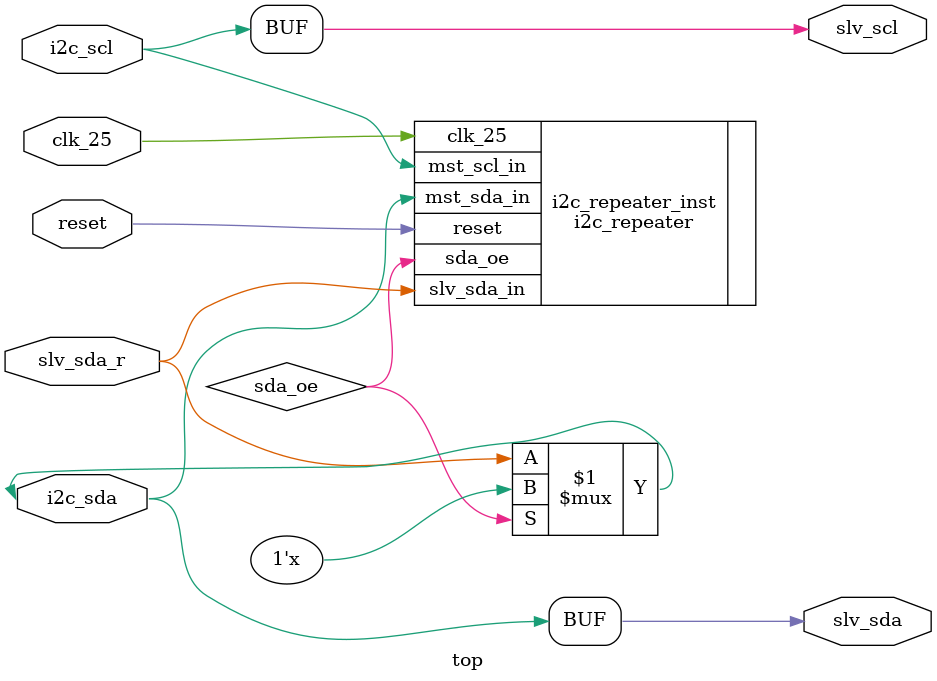
<source format=v>
module top(
    input wire clk_25,
    input wire reset,

    output wire slv_scl,
    output wire slv_sda,
    input wire slv_sda_r,

    inout wire i2c_sda,
    input wire i2c_scl
);

wire sda_oe;

assign slv_scl = i2c_scl;
assign slv_sda = i2c_sda;
assign i2c_sda = sda_oe ? 1'bz : slv_sda_r;

i2c_repeater i2c_repeater_inst (
    .mst_sda_in (i2c_sda),
    .mst_scl_in (i2c_scl),
    .slv_sda_in (slv_sda_r),
    .sda_oe     (sda_oe),
    .clk_25     (clk_25),
    .reset      (reset)
);

endmodule
</source>
